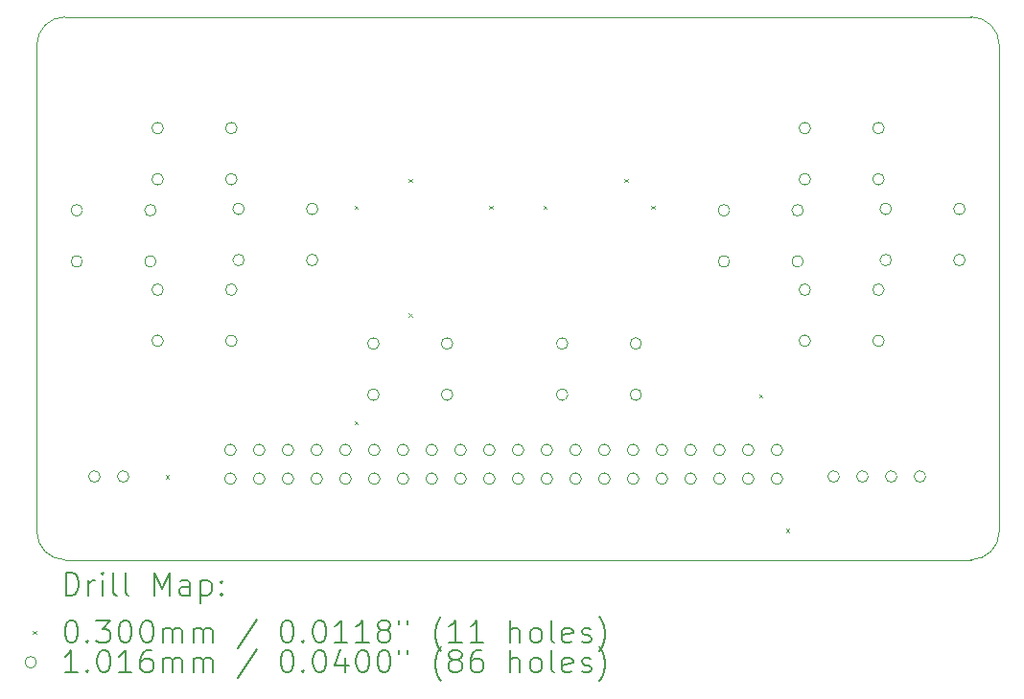
<source format=gbr>
%TF.GenerationSoftware,KiCad,Pcbnew,9.0.2*%
%TF.CreationDate,2025-06-23T15:15:25-04:00*%
%TF.ProjectId,GamePad,47616d65-5061-4642-9e6b-696361645f70,rev?*%
%TF.SameCoordinates,Original*%
%TF.FileFunction,Drillmap*%
%TF.FilePolarity,Positive*%
%FSLAX45Y45*%
G04 Gerber Fmt 4.5, Leading zero omitted, Abs format (unit mm)*
G04 Created by KiCad (PCBNEW 9.0.2) date 2025-06-23 15:15:25*
%MOMM*%
%LPD*%
G01*
G04 APERTURE LIST*
%ADD10C,0.050000*%
%ADD11C,0.200000*%
%ADD12C,0.100000*%
%ADD13C,0.101600*%
G04 APERTURE END LIST*
D10*
X1476875Y-19783125D02*
G75*
G02*
X1226875Y-19533125I0J250000D01*
G01*
X9726875Y-19533125D02*
G75*
G02*
X9476875Y-19783125I-249995J-5D01*
G01*
X1226875Y-15233125D02*
G75*
G02*
X1476875Y-14983125I250000J0D01*
G01*
X9476875Y-14983125D02*
G75*
G02*
X9726875Y-15233125I5J-249995D01*
G01*
X9476875Y-19783125D02*
X1476875Y-19783125D01*
X1226875Y-19533125D02*
X1226875Y-15233125D01*
X9726875Y-15233125D02*
X9726875Y-19533125D01*
X1476875Y-14983125D02*
X9476875Y-14983125D01*
D11*
D12*
X2366250Y-19035000D02*
X2396250Y-19065000D01*
X2396250Y-19035000D02*
X2366250Y-19065000D01*
X4033125Y-16653750D02*
X4063125Y-16683750D01*
X4063125Y-16653750D02*
X4033125Y-16683750D01*
X4033125Y-18558750D02*
X4063125Y-18588750D01*
X4063125Y-18558750D02*
X4033125Y-18588750D01*
X4509375Y-16415625D02*
X4539375Y-16445625D01*
X4539375Y-16415625D02*
X4509375Y-16445625D01*
X4509375Y-17606250D02*
X4539375Y-17636250D01*
X4539375Y-17606250D02*
X4509375Y-17636250D01*
X5223750Y-16653750D02*
X5253750Y-16683750D01*
X5253750Y-16653750D02*
X5223750Y-16683750D01*
X5700000Y-16653750D02*
X5730000Y-16683750D01*
X5730000Y-16653750D02*
X5700000Y-16683750D01*
X6414375Y-16415625D02*
X6444375Y-16445625D01*
X6444375Y-16415625D02*
X6414375Y-16445625D01*
X6652500Y-16653750D02*
X6682500Y-16683750D01*
X6682500Y-16653750D02*
X6652500Y-16683750D01*
X7605000Y-18320625D02*
X7635000Y-18350625D01*
X7635000Y-18320625D02*
X7605000Y-18350625D01*
X7843125Y-19511250D02*
X7873125Y-19541250D01*
X7873125Y-19511250D02*
X7843125Y-19541250D01*
D13*
X1630680Y-16692880D02*
G75*
G02*
X1529080Y-16692880I-50800J0D01*
G01*
X1529080Y-16692880D02*
G75*
G02*
X1630680Y-16692880I50800J0D01*
G01*
X1630680Y-17145000D02*
G75*
G02*
X1529080Y-17145000I-50800J0D01*
G01*
X1529080Y-17145000D02*
G75*
G02*
X1630680Y-17145000I50800J0D01*
G01*
X1786639Y-19047057D02*
G75*
G02*
X1685039Y-19047057I-50800J0D01*
G01*
X1685039Y-19047057D02*
G75*
G02*
X1786639Y-19047057I50800J0D01*
G01*
X2040639Y-19047057D02*
G75*
G02*
X1939039Y-19047057I-50800J0D01*
G01*
X1939039Y-19047057D02*
G75*
G02*
X2040639Y-19047057I50800J0D01*
G01*
X2280920Y-16692880D02*
G75*
G02*
X2179320Y-16692880I-50800J0D01*
G01*
X2179320Y-16692880D02*
G75*
G02*
X2280920Y-16692880I50800J0D01*
G01*
X2280920Y-17145000D02*
G75*
G02*
X2179320Y-17145000I-50800J0D01*
G01*
X2179320Y-17145000D02*
G75*
G02*
X2280920Y-17145000I50800J0D01*
G01*
X2345055Y-15966440D02*
G75*
G02*
X2243455Y-15966440I-50800J0D01*
G01*
X2243455Y-15966440D02*
G75*
G02*
X2345055Y-15966440I50800J0D01*
G01*
X2345055Y-16418560D02*
G75*
G02*
X2243455Y-16418560I-50800J0D01*
G01*
X2243455Y-16418560D02*
G75*
G02*
X2345055Y-16418560I50800J0D01*
G01*
X2345055Y-17395190D02*
G75*
G02*
X2243455Y-17395190I-50800J0D01*
G01*
X2243455Y-17395190D02*
G75*
G02*
X2345055Y-17395190I50800J0D01*
G01*
X2345055Y-17847310D02*
G75*
G02*
X2243455Y-17847310I-50800J0D01*
G01*
X2243455Y-17847310D02*
G75*
G02*
X2345055Y-17847310I50800J0D01*
G01*
X2987675Y-18811875D02*
G75*
G02*
X2886075Y-18811875I-50800J0D01*
G01*
X2886075Y-18811875D02*
G75*
G02*
X2987675Y-18811875I50800J0D01*
G01*
X2987675Y-19065875D02*
G75*
G02*
X2886075Y-19065875I-50800J0D01*
G01*
X2886075Y-19065875D02*
G75*
G02*
X2987675Y-19065875I50800J0D01*
G01*
X2995295Y-15966440D02*
G75*
G02*
X2893695Y-15966440I-50800J0D01*
G01*
X2893695Y-15966440D02*
G75*
G02*
X2995295Y-15966440I50800J0D01*
G01*
X2995295Y-16418560D02*
G75*
G02*
X2893695Y-16418560I-50800J0D01*
G01*
X2893695Y-16418560D02*
G75*
G02*
X2995295Y-16418560I50800J0D01*
G01*
X2995295Y-17395190D02*
G75*
G02*
X2893695Y-17395190I-50800J0D01*
G01*
X2893695Y-17395190D02*
G75*
G02*
X2995295Y-17395190I50800J0D01*
G01*
X2995295Y-17847310D02*
G75*
G02*
X2893695Y-17847310I-50800J0D01*
G01*
X2893695Y-17847310D02*
G75*
G02*
X2995295Y-17847310I50800J0D01*
G01*
X3059430Y-16680815D02*
G75*
G02*
X2957830Y-16680815I-50800J0D01*
G01*
X2957830Y-16680815D02*
G75*
G02*
X3059430Y-16680815I50800J0D01*
G01*
X3059430Y-17132935D02*
G75*
G02*
X2957830Y-17132935I-50800J0D01*
G01*
X2957830Y-17132935D02*
G75*
G02*
X3059430Y-17132935I50800J0D01*
G01*
X3241675Y-18811875D02*
G75*
G02*
X3140075Y-18811875I-50800J0D01*
G01*
X3140075Y-18811875D02*
G75*
G02*
X3241675Y-18811875I50800J0D01*
G01*
X3241675Y-19065875D02*
G75*
G02*
X3140075Y-19065875I-50800J0D01*
G01*
X3140075Y-19065875D02*
G75*
G02*
X3241675Y-19065875I50800J0D01*
G01*
X3495675Y-18811875D02*
G75*
G02*
X3394075Y-18811875I-50800J0D01*
G01*
X3394075Y-18811875D02*
G75*
G02*
X3495675Y-18811875I50800J0D01*
G01*
X3495675Y-19065875D02*
G75*
G02*
X3394075Y-19065875I-50800J0D01*
G01*
X3394075Y-19065875D02*
G75*
G02*
X3495675Y-19065875I50800J0D01*
G01*
X3709670Y-16680815D02*
G75*
G02*
X3608070Y-16680815I-50800J0D01*
G01*
X3608070Y-16680815D02*
G75*
G02*
X3709670Y-16680815I50800J0D01*
G01*
X3709670Y-17132935D02*
G75*
G02*
X3608070Y-17132935I-50800J0D01*
G01*
X3608070Y-17132935D02*
G75*
G02*
X3709670Y-17132935I50800J0D01*
G01*
X3749675Y-18811875D02*
G75*
G02*
X3648075Y-18811875I-50800J0D01*
G01*
X3648075Y-18811875D02*
G75*
G02*
X3749675Y-18811875I50800J0D01*
G01*
X3749675Y-19065875D02*
G75*
G02*
X3648075Y-19065875I-50800J0D01*
G01*
X3648075Y-19065875D02*
G75*
G02*
X3749675Y-19065875I50800J0D01*
G01*
X4003675Y-18811875D02*
G75*
G02*
X3902075Y-18811875I-50800J0D01*
G01*
X3902075Y-18811875D02*
G75*
G02*
X4003675Y-18811875I50800J0D01*
G01*
X4003675Y-19065875D02*
G75*
G02*
X3902075Y-19065875I-50800J0D01*
G01*
X3902075Y-19065875D02*
G75*
G02*
X4003675Y-19065875I50800J0D01*
G01*
X4250055Y-17871440D02*
G75*
G02*
X4148455Y-17871440I-50800J0D01*
G01*
X4148455Y-17871440D02*
G75*
G02*
X4250055Y-17871440I50800J0D01*
G01*
X4250055Y-18323560D02*
G75*
G02*
X4148455Y-18323560I-50800J0D01*
G01*
X4148455Y-18323560D02*
G75*
G02*
X4250055Y-18323560I50800J0D01*
G01*
X4257675Y-18811875D02*
G75*
G02*
X4156075Y-18811875I-50800J0D01*
G01*
X4156075Y-18811875D02*
G75*
G02*
X4257675Y-18811875I50800J0D01*
G01*
X4257675Y-19065875D02*
G75*
G02*
X4156075Y-19065875I-50800J0D01*
G01*
X4156075Y-19065875D02*
G75*
G02*
X4257675Y-19065875I50800J0D01*
G01*
X4511675Y-18811875D02*
G75*
G02*
X4410075Y-18811875I-50800J0D01*
G01*
X4410075Y-18811875D02*
G75*
G02*
X4511675Y-18811875I50800J0D01*
G01*
X4511675Y-19065875D02*
G75*
G02*
X4410075Y-19065875I-50800J0D01*
G01*
X4410075Y-19065875D02*
G75*
G02*
X4511675Y-19065875I50800J0D01*
G01*
X4765675Y-18811875D02*
G75*
G02*
X4664075Y-18811875I-50800J0D01*
G01*
X4664075Y-18811875D02*
G75*
G02*
X4765675Y-18811875I50800J0D01*
G01*
X4765675Y-19065875D02*
G75*
G02*
X4664075Y-19065875I-50800J0D01*
G01*
X4664075Y-19065875D02*
G75*
G02*
X4765675Y-19065875I50800J0D01*
G01*
X4900295Y-17871440D02*
G75*
G02*
X4798695Y-17871440I-50800J0D01*
G01*
X4798695Y-17871440D02*
G75*
G02*
X4900295Y-17871440I50800J0D01*
G01*
X4900295Y-18323560D02*
G75*
G02*
X4798695Y-18323560I-50800J0D01*
G01*
X4798695Y-18323560D02*
G75*
G02*
X4900295Y-18323560I50800J0D01*
G01*
X5019675Y-18811875D02*
G75*
G02*
X4918075Y-18811875I-50800J0D01*
G01*
X4918075Y-18811875D02*
G75*
G02*
X5019675Y-18811875I50800J0D01*
G01*
X5019675Y-19065875D02*
G75*
G02*
X4918075Y-19065875I-50800J0D01*
G01*
X4918075Y-19065875D02*
G75*
G02*
X5019675Y-19065875I50800J0D01*
G01*
X5273675Y-18811875D02*
G75*
G02*
X5172075Y-18811875I-50800J0D01*
G01*
X5172075Y-18811875D02*
G75*
G02*
X5273675Y-18811875I50800J0D01*
G01*
X5273675Y-19065875D02*
G75*
G02*
X5172075Y-19065875I-50800J0D01*
G01*
X5172075Y-19065875D02*
G75*
G02*
X5273675Y-19065875I50800J0D01*
G01*
X5527675Y-18811875D02*
G75*
G02*
X5426075Y-18811875I-50800J0D01*
G01*
X5426075Y-18811875D02*
G75*
G02*
X5527675Y-18811875I50800J0D01*
G01*
X5527675Y-19065875D02*
G75*
G02*
X5426075Y-19065875I-50800J0D01*
G01*
X5426075Y-19065875D02*
G75*
G02*
X5527675Y-19065875I50800J0D01*
G01*
X5781675Y-18811875D02*
G75*
G02*
X5680075Y-18811875I-50800J0D01*
G01*
X5680075Y-18811875D02*
G75*
G02*
X5781675Y-18811875I50800J0D01*
G01*
X5781675Y-19065875D02*
G75*
G02*
X5680075Y-19065875I-50800J0D01*
G01*
X5680075Y-19065875D02*
G75*
G02*
X5781675Y-19065875I50800J0D01*
G01*
X5916930Y-17871440D02*
G75*
G02*
X5815330Y-17871440I-50800J0D01*
G01*
X5815330Y-17871440D02*
G75*
G02*
X5916930Y-17871440I50800J0D01*
G01*
X5916930Y-18323560D02*
G75*
G02*
X5815330Y-18323560I-50800J0D01*
G01*
X5815330Y-18323560D02*
G75*
G02*
X5916930Y-18323560I50800J0D01*
G01*
X6035675Y-18811875D02*
G75*
G02*
X5934075Y-18811875I-50800J0D01*
G01*
X5934075Y-18811875D02*
G75*
G02*
X6035675Y-18811875I50800J0D01*
G01*
X6035675Y-19065875D02*
G75*
G02*
X5934075Y-19065875I-50800J0D01*
G01*
X5934075Y-19065875D02*
G75*
G02*
X6035675Y-19065875I50800J0D01*
G01*
X6289675Y-18811875D02*
G75*
G02*
X6188075Y-18811875I-50800J0D01*
G01*
X6188075Y-18811875D02*
G75*
G02*
X6289675Y-18811875I50800J0D01*
G01*
X6289675Y-19065875D02*
G75*
G02*
X6188075Y-19065875I-50800J0D01*
G01*
X6188075Y-19065875D02*
G75*
G02*
X6289675Y-19065875I50800J0D01*
G01*
X6543675Y-18811875D02*
G75*
G02*
X6442075Y-18811875I-50800J0D01*
G01*
X6442075Y-18811875D02*
G75*
G02*
X6543675Y-18811875I50800J0D01*
G01*
X6543675Y-19065875D02*
G75*
G02*
X6442075Y-19065875I-50800J0D01*
G01*
X6442075Y-19065875D02*
G75*
G02*
X6543675Y-19065875I50800J0D01*
G01*
X6567170Y-17871440D02*
G75*
G02*
X6465570Y-17871440I-50800J0D01*
G01*
X6465570Y-17871440D02*
G75*
G02*
X6567170Y-17871440I50800J0D01*
G01*
X6567170Y-18323560D02*
G75*
G02*
X6465570Y-18323560I-50800J0D01*
G01*
X6465570Y-18323560D02*
G75*
G02*
X6567170Y-18323560I50800J0D01*
G01*
X6797675Y-18811875D02*
G75*
G02*
X6696075Y-18811875I-50800J0D01*
G01*
X6696075Y-18811875D02*
G75*
G02*
X6797675Y-18811875I50800J0D01*
G01*
X6797675Y-19065875D02*
G75*
G02*
X6696075Y-19065875I-50800J0D01*
G01*
X6696075Y-19065875D02*
G75*
G02*
X6797675Y-19065875I50800J0D01*
G01*
X7051675Y-18811875D02*
G75*
G02*
X6950075Y-18811875I-50800J0D01*
G01*
X6950075Y-18811875D02*
G75*
G02*
X7051675Y-18811875I50800J0D01*
G01*
X7051675Y-19065875D02*
G75*
G02*
X6950075Y-19065875I-50800J0D01*
G01*
X6950075Y-19065875D02*
G75*
G02*
X7051675Y-19065875I50800J0D01*
G01*
X7305675Y-18811875D02*
G75*
G02*
X7204075Y-18811875I-50800J0D01*
G01*
X7204075Y-18811875D02*
G75*
G02*
X7305675Y-18811875I50800J0D01*
G01*
X7305675Y-19065875D02*
G75*
G02*
X7204075Y-19065875I-50800J0D01*
G01*
X7204075Y-19065875D02*
G75*
G02*
X7305675Y-19065875I50800J0D01*
G01*
X7345680Y-16692880D02*
G75*
G02*
X7244080Y-16692880I-50800J0D01*
G01*
X7244080Y-16692880D02*
G75*
G02*
X7345680Y-16692880I50800J0D01*
G01*
X7345680Y-17145000D02*
G75*
G02*
X7244080Y-17145000I-50800J0D01*
G01*
X7244080Y-17145000D02*
G75*
G02*
X7345680Y-17145000I50800J0D01*
G01*
X7559675Y-18811875D02*
G75*
G02*
X7458075Y-18811875I-50800J0D01*
G01*
X7458075Y-18811875D02*
G75*
G02*
X7559675Y-18811875I50800J0D01*
G01*
X7559675Y-19065875D02*
G75*
G02*
X7458075Y-19065875I-50800J0D01*
G01*
X7458075Y-19065875D02*
G75*
G02*
X7559675Y-19065875I50800J0D01*
G01*
X7813675Y-18811875D02*
G75*
G02*
X7712075Y-18811875I-50800J0D01*
G01*
X7712075Y-18811875D02*
G75*
G02*
X7813675Y-18811875I50800J0D01*
G01*
X7813675Y-19065875D02*
G75*
G02*
X7712075Y-19065875I-50800J0D01*
G01*
X7712075Y-19065875D02*
G75*
G02*
X7813675Y-19065875I50800J0D01*
G01*
X7995920Y-16692880D02*
G75*
G02*
X7894320Y-16692880I-50800J0D01*
G01*
X7894320Y-16692880D02*
G75*
G02*
X7995920Y-16692880I50800J0D01*
G01*
X7995920Y-17145000D02*
G75*
G02*
X7894320Y-17145000I-50800J0D01*
G01*
X7894320Y-17145000D02*
G75*
G02*
X7995920Y-17145000I50800J0D01*
G01*
X8060055Y-15966440D02*
G75*
G02*
X7958455Y-15966440I-50800J0D01*
G01*
X7958455Y-15966440D02*
G75*
G02*
X8060055Y-15966440I50800J0D01*
G01*
X8060055Y-16418560D02*
G75*
G02*
X7958455Y-16418560I-50800J0D01*
G01*
X7958455Y-16418560D02*
G75*
G02*
X8060055Y-16418560I50800J0D01*
G01*
X8060055Y-17395190D02*
G75*
G02*
X7958455Y-17395190I-50800J0D01*
G01*
X7958455Y-17395190D02*
G75*
G02*
X8060055Y-17395190I50800J0D01*
G01*
X8060055Y-17847310D02*
G75*
G02*
X7958455Y-17847310I-50800J0D01*
G01*
X7958455Y-17847310D02*
G75*
G02*
X8060055Y-17847310I50800J0D01*
G01*
X8314647Y-19047057D02*
G75*
G02*
X8213047Y-19047057I-50800J0D01*
G01*
X8213047Y-19047057D02*
G75*
G02*
X8314647Y-19047057I50800J0D01*
G01*
X8568647Y-19047057D02*
G75*
G02*
X8467047Y-19047057I-50800J0D01*
G01*
X8467047Y-19047057D02*
G75*
G02*
X8568647Y-19047057I50800J0D01*
G01*
X8710295Y-15966440D02*
G75*
G02*
X8608695Y-15966440I-50800J0D01*
G01*
X8608695Y-15966440D02*
G75*
G02*
X8710295Y-15966440I50800J0D01*
G01*
X8710295Y-16418560D02*
G75*
G02*
X8608695Y-16418560I-50800J0D01*
G01*
X8608695Y-16418560D02*
G75*
G02*
X8710295Y-16418560I50800J0D01*
G01*
X8710295Y-17395190D02*
G75*
G02*
X8608695Y-17395190I-50800J0D01*
G01*
X8608695Y-17395190D02*
G75*
G02*
X8710295Y-17395190I50800J0D01*
G01*
X8710295Y-17847310D02*
G75*
G02*
X8608695Y-17847310I-50800J0D01*
G01*
X8608695Y-17847310D02*
G75*
G02*
X8710295Y-17847310I50800J0D01*
G01*
X8774430Y-16680815D02*
G75*
G02*
X8672830Y-16680815I-50800J0D01*
G01*
X8672830Y-16680815D02*
G75*
G02*
X8774430Y-16680815I50800J0D01*
G01*
X8774430Y-17132935D02*
G75*
G02*
X8672830Y-17132935I-50800J0D01*
G01*
X8672830Y-17132935D02*
G75*
G02*
X8774430Y-17132935I50800J0D01*
G01*
X8822647Y-19047057D02*
G75*
G02*
X8721047Y-19047057I-50800J0D01*
G01*
X8721047Y-19047057D02*
G75*
G02*
X8822647Y-19047057I50800J0D01*
G01*
X9076647Y-19047057D02*
G75*
G02*
X8975047Y-19047057I-50800J0D01*
G01*
X8975047Y-19047057D02*
G75*
G02*
X9076647Y-19047057I50800J0D01*
G01*
X9424670Y-16680815D02*
G75*
G02*
X9323070Y-16680815I-50800J0D01*
G01*
X9323070Y-16680815D02*
G75*
G02*
X9424670Y-16680815I50800J0D01*
G01*
X9424670Y-17132935D02*
G75*
G02*
X9323070Y-17132935I-50800J0D01*
G01*
X9323070Y-17132935D02*
G75*
G02*
X9424670Y-17132935I50800J0D01*
G01*
D11*
X1485152Y-20097109D02*
X1485152Y-19897109D01*
X1485152Y-19897109D02*
X1532771Y-19897109D01*
X1532771Y-19897109D02*
X1561342Y-19906633D01*
X1561342Y-19906633D02*
X1580390Y-19925680D01*
X1580390Y-19925680D02*
X1589914Y-19944728D01*
X1589914Y-19944728D02*
X1599437Y-19982823D01*
X1599437Y-19982823D02*
X1599437Y-20011395D01*
X1599437Y-20011395D02*
X1589914Y-20049490D01*
X1589914Y-20049490D02*
X1580390Y-20068537D01*
X1580390Y-20068537D02*
X1561342Y-20087585D01*
X1561342Y-20087585D02*
X1532771Y-20097109D01*
X1532771Y-20097109D02*
X1485152Y-20097109D01*
X1685152Y-20097109D02*
X1685152Y-19963775D01*
X1685152Y-20001871D02*
X1694676Y-19982823D01*
X1694676Y-19982823D02*
X1704199Y-19973299D01*
X1704199Y-19973299D02*
X1723247Y-19963775D01*
X1723247Y-19963775D02*
X1742295Y-19963775D01*
X1808961Y-20097109D02*
X1808961Y-19963775D01*
X1808961Y-19897109D02*
X1799437Y-19906633D01*
X1799437Y-19906633D02*
X1808961Y-19916156D01*
X1808961Y-19916156D02*
X1818485Y-19906633D01*
X1818485Y-19906633D02*
X1808961Y-19897109D01*
X1808961Y-19897109D02*
X1808961Y-19916156D01*
X1932771Y-20097109D02*
X1913723Y-20087585D01*
X1913723Y-20087585D02*
X1904199Y-20068537D01*
X1904199Y-20068537D02*
X1904199Y-19897109D01*
X2037533Y-20097109D02*
X2018485Y-20087585D01*
X2018485Y-20087585D02*
X2008961Y-20068537D01*
X2008961Y-20068537D02*
X2008961Y-19897109D01*
X2266104Y-20097109D02*
X2266104Y-19897109D01*
X2266104Y-19897109D02*
X2332771Y-20039966D01*
X2332771Y-20039966D02*
X2399438Y-19897109D01*
X2399438Y-19897109D02*
X2399438Y-20097109D01*
X2580390Y-20097109D02*
X2580390Y-19992347D01*
X2580390Y-19992347D02*
X2570866Y-19973299D01*
X2570866Y-19973299D02*
X2551819Y-19963775D01*
X2551819Y-19963775D02*
X2513723Y-19963775D01*
X2513723Y-19963775D02*
X2494676Y-19973299D01*
X2580390Y-20087585D02*
X2561342Y-20097109D01*
X2561342Y-20097109D02*
X2513723Y-20097109D01*
X2513723Y-20097109D02*
X2494676Y-20087585D01*
X2494676Y-20087585D02*
X2485152Y-20068537D01*
X2485152Y-20068537D02*
X2485152Y-20049490D01*
X2485152Y-20049490D02*
X2494676Y-20030442D01*
X2494676Y-20030442D02*
X2513723Y-20020918D01*
X2513723Y-20020918D02*
X2561342Y-20020918D01*
X2561342Y-20020918D02*
X2580390Y-20011395D01*
X2675628Y-19963775D02*
X2675628Y-20163775D01*
X2675628Y-19973299D02*
X2694676Y-19963775D01*
X2694676Y-19963775D02*
X2732771Y-19963775D01*
X2732771Y-19963775D02*
X2751819Y-19973299D01*
X2751819Y-19973299D02*
X2761342Y-19982823D01*
X2761342Y-19982823D02*
X2770866Y-20001871D01*
X2770866Y-20001871D02*
X2770866Y-20059014D01*
X2770866Y-20059014D02*
X2761342Y-20078061D01*
X2761342Y-20078061D02*
X2751819Y-20087585D01*
X2751819Y-20087585D02*
X2732771Y-20097109D01*
X2732771Y-20097109D02*
X2694676Y-20097109D01*
X2694676Y-20097109D02*
X2675628Y-20087585D01*
X2856580Y-20078061D02*
X2866104Y-20087585D01*
X2866104Y-20087585D02*
X2856580Y-20097109D01*
X2856580Y-20097109D02*
X2847057Y-20087585D01*
X2847057Y-20087585D02*
X2856580Y-20078061D01*
X2856580Y-20078061D02*
X2856580Y-20097109D01*
X2856580Y-19973299D02*
X2866104Y-19982823D01*
X2866104Y-19982823D02*
X2856580Y-19992347D01*
X2856580Y-19992347D02*
X2847057Y-19982823D01*
X2847057Y-19982823D02*
X2856580Y-19973299D01*
X2856580Y-19973299D02*
X2856580Y-19992347D01*
D12*
X1194375Y-20410625D02*
X1224375Y-20440625D01*
X1224375Y-20410625D02*
X1194375Y-20440625D01*
D11*
X1523247Y-20317109D02*
X1542295Y-20317109D01*
X1542295Y-20317109D02*
X1561342Y-20326633D01*
X1561342Y-20326633D02*
X1570866Y-20336156D01*
X1570866Y-20336156D02*
X1580390Y-20355204D01*
X1580390Y-20355204D02*
X1589914Y-20393299D01*
X1589914Y-20393299D02*
X1589914Y-20440918D01*
X1589914Y-20440918D02*
X1580390Y-20479014D01*
X1580390Y-20479014D02*
X1570866Y-20498061D01*
X1570866Y-20498061D02*
X1561342Y-20507585D01*
X1561342Y-20507585D02*
X1542295Y-20517109D01*
X1542295Y-20517109D02*
X1523247Y-20517109D01*
X1523247Y-20517109D02*
X1504199Y-20507585D01*
X1504199Y-20507585D02*
X1494676Y-20498061D01*
X1494676Y-20498061D02*
X1485152Y-20479014D01*
X1485152Y-20479014D02*
X1475628Y-20440918D01*
X1475628Y-20440918D02*
X1475628Y-20393299D01*
X1475628Y-20393299D02*
X1485152Y-20355204D01*
X1485152Y-20355204D02*
X1494676Y-20336156D01*
X1494676Y-20336156D02*
X1504199Y-20326633D01*
X1504199Y-20326633D02*
X1523247Y-20317109D01*
X1675628Y-20498061D02*
X1685152Y-20507585D01*
X1685152Y-20507585D02*
X1675628Y-20517109D01*
X1675628Y-20517109D02*
X1666104Y-20507585D01*
X1666104Y-20507585D02*
X1675628Y-20498061D01*
X1675628Y-20498061D02*
X1675628Y-20517109D01*
X1751818Y-20317109D02*
X1875628Y-20317109D01*
X1875628Y-20317109D02*
X1808961Y-20393299D01*
X1808961Y-20393299D02*
X1837533Y-20393299D01*
X1837533Y-20393299D02*
X1856580Y-20402823D01*
X1856580Y-20402823D02*
X1866104Y-20412347D01*
X1866104Y-20412347D02*
X1875628Y-20431395D01*
X1875628Y-20431395D02*
X1875628Y-20479014D01*
X1875628Y-20479014D02*
X1866104Y-20498061D01*
X1866104Y-20498061D02*
X1856580Y-20507585D01*
X1856580Y-20507585D02*
X1837533Y-20517109D01*
X1837533Y-20517109D02*
X1780390Y-20517109D01*
X1780390Y-20517109D02*
X1761342Y-20507585D01*
X1761342Y-20507585D02*
X1751818Y-20498061D01*
X1999437Y-20317109D02*
X2018485Y-20317109D01*
X2018485Y-20317109D02*
X2037533Y-20326633D01*
X2037533Y-20326633D02*
X2047057Y-20336156D01*
X2047057Y-20336156D02*
X2056580Y-20355204D01*
X2056580Y-20355204D02*
X2066104Y-20393299D01*
X2066104Y-20393299D02*
X2066104Y-20440918D01*
X2066104Y-20440918D02*
X2056580Y-20479014D01*
X2056580Y-20479014D02*
X2047057Y-20498061D01*
X2047057Y-20498061D02*
X2037533Y-20507585D01*
X2037533Y-20507585D02*
X2018485Y-20517109D01*
X2018485Y-20517109D02*
X1999437Y-20517109D01*
X1999437Y-20517109D02*
X1980390Y-20507585D01*
X1980390Y-20507585D02*
X1970866Y-20498061D01*
X1970866Y-20498061D02*
X1961342Y-20479014D01*
X1961342Y-20479014D02*
X1951818Y-20440918D01*
X1951818Y-20440918D02*
X1951818Y-20393299D01*
X1951818Y-20393299D02*
X1961342Y-20355204D01*
X1961342Y-20355204D02*
X1970866Y-20336156D01*
X1970866Y-20336156D02*
X1980390Y-20326633D01*
X1980390Y-20326633D02*
X1999437Y-20317109D01*
X2189914Y-20317109D02*
X2208961Y-20317109D01*
X2208961Y-20317109D02*
X2228009Y-20326633D01*
X2228009Y-20326633D02*
X2237533Y-20336156D01*
X2237533Y-20336156D02*
X2247057Y-20355204D01*
X2247057Y-20355204D02*
X2256580Y-20393299D01*
X2256580Y-20393299D02*
X2256580Y-20440918D01*
X2256580Y-20440918D02*
X2247057Y-20479014D01*
X2247057Y-20479014D02*
X2237533Y-20498061D01*
X2237533Y-20498061D02*
X2228009Y-20507585D01*
X2228009Y-20507585D02*
X2208961Y-20517109D01*
X2208961Y-20517109D02*
X2189914Y-20517109D01*
X2189914Y-20517109D02*
X2170866Y-20507585D01*
X2170866Y-20507585D02*
X2161342Y-20498061D01*
X2161342Y-20498061D02*
X2151819Y-20479014D01*
X2151819Y-20479014D02*
X2142295Y-20440918D01*
X2142295Y-20440918D02*
X2142295Y-20393299D01*
X2142295Y-20393299D02*
X2151819Y-20355204D01*
X2151819Y-20355204D02*
X2161342Y-20336156D01*
X2161342Y-20336156D02*
X2170866Y-20326633D01*
X2170866Y-20326633D02*
X2189914Y-20317109D01*
X2342295Y-20517109D02*
X2342295Y-20383775D01*
X2342295Y-20402823D02*
X2351819Y-20393299D01*
X2351819Y-20393299D02*
X2370866Y-20383775D01*
X2370866Y-20383775D02*
X2399438Y-20383775D01*
X2399438Y-20383775D02*
X2418485Y-20393299D01*
X2418485Y-20393299D02*
X2428009Y-20412347D01*
X2428009Y-20412347D02*
X2428009Y-20517109D01*
X2428009Y-20412347D02*
X2437533Y-20393299D01*
X2437533Y-20393299D02*
X2456580Y-20383775D01*
X2456580Y-20383775D02*
X2485152Y-20383775D01*
X2485152Y-20383775D02*
X2504200Y-20393299D01*
X2504200Y-20393299D02*
X2513723Y-20412347D01*
X2513723Y-20412347D02*
X2513723Y-20517109D01*
X2608961Y-20517109D02*
X2608961Y-20383775D01*
X2608961Y-20402823D02*
X2618485Y-20393299D01*
X2618485Y-20393299D02*
X2637533Y-20383775D01*
X2637533Y-20383775D02*
X2666104Y-20383775D01*
X2666104Y-20383775D02*
X2685152Y-20393299D01*
X2685152Y-20393299D02*
X2694676Y-20412347D01*
X2694676Y-20412347D02*
X2694676Y-20517109D01*
X2694676Y-20412347D02*
X2704200Y-20393299D01*
X2704200Y-20393299D02*
X2723247Y-20383775D01*
X2723247Y-20383775D02*
X2751819Y-20383775D01*
X2751819Y-20383775D02*
X2770866Y-20393299D01*
X2770866Y-20393299D02*
X2780390Y-20412347D01*
X2780390Y-20412347D02*
X2780390Y-20517109D01*
X3170866Y-20307585D02*
X2999438Y-20564728D01*
X3428009Y-20317109D02*
X3447057Y-20317109D01*
X3447057Y-20317109D02*
X3466104Y-20326633D01*
X3466104Y-20326633D02*
X3475628Y-20336156D01*
X3475628Y-20336156D02*
X3485152Y-20355204D01*
X3485152Y-20355204D02*
X3494676Y-20393299D01*
X3494676Y-20393299D02*
X3494676Y-20440918D01*
X3494676Y-20440918D02*
X3485152Y-20479014D01*
X3485152Y-20479014D02*
X3475628Y-20498061D01*
X3475628Y-20498061D02*
X3466104Y-20507585D01*
X3466104Y-20507585D02*
X3447057Y-20517109D01*
X3447057Y-20517109D02*
X3428009Y-20517109D01*
X3428009Y-20517109D02*
X3408961Y-20507585D01*
X3408961Y-20507585D02*
X3399438Y-20498061D01*
X3399438Y-20498061D02*
X3389914Y-20479014D01*
X3389914Y-20479014D02*
X3380390Y-20440918D01*
X3380390Y-20440918D02*
X3380390Y-20393299D01*
X3380390Y-20393299D02*
X3389914Y-20355204D01*
X3389914Y-20355204D02*
X3399438Y-20336156D01*
X3399438Y-20336156D02*
X3408961Y-20326633D01*
X3408961Y-20326633D02*
X3428009Y-20317109D01*
X3580390Y-20498061D02*
X3589914Y-20507585D01*
X3589914Y-20507585D02*
X3580390Y-20517109D01*
X3580390Y-20517109D02*
X3570866Y-20507585D01*
X3570866Y-20507585D02*
X3580390Y-20498061D01*
X3580390Y-20498061D02*
X3580390Y-20517109D01*
X3713723Y-20317109D02*
X3732771Y-20317109D01*
X3732771Y-20317109D02*
X3751819Y-20326633D01*
X3751819Y-20326633D02*
X3761342Y-20336156D01*
X3761342Y-20336156D02*
X3770866Y-20355204D01*
X3770866Y-20355204D02*
X3780390Y-20393299D01*
X3780390Y-20393299D02*
X3780390Y-20440918D01*
X3780390Y-20440918D02*
X3770866Y-20479014D01*
X3770866Y-20479014D02*
X3761342Y-20498061D01*
X3761342Y-20498061D02*
X3751819Y-20507585D01*
X3751819Y-20507585D02*
X3732771Y-20517109D01*
X3732771Y-20517109D02*
X3713723Y-20517109D01*
X3713723Y-20517109D02*
X3694676Y-20507585D01*
X3694676Y-20507585D02*
X3685152Y-20498061D01*
X3685152Y-20498061D02*
X3675628Y-20479014D01*
X3675628Y-20479014D02*
X3666104Y-20440918D01*
X3666104Y-20440918D02*
X3666104Y-20393299D01*
X3666104Y-20393299D02*
X3675628Y-20355204D01*
X3675628Y-20355204D02*
X3685152Y-20336156D01*
X3685152Y-20336156D02*
X3694676Y-20326633D01*
X3694676Y-20326633D02*
X3713723Y-20317109D01*
X3970866Y-20517109D02*
X3856581Y-20517109D01*
X3913723Y-20517109D02*
X3913723Y-20317109D01*
X3913723Y-20317109D02*
X3894676Y-20345680D01*
X3894676Y-20345680D02*
X3875628Y-20364728D01*
X3875628Y-20364728D02*
X3856581Y-20374252D01*
X4161342Y-20517109D02*
X4047057Y-20517109D01*
X4104200Y-20517109D02*
X4104200Y-20317109D01*
X4104200Y-20317109D02*
X4085152Y-20345680D01*
X4085152Y-20345680D02*
X4066104Y-20364728D01*
X4066104Y-20364728D02*
X4047057Y-20374252D01*
X4275628Y-20402823D02*
X4256581Y-20393299D01*
X4256581Y-20393299D02*
X4247057Y-20383775D01*
X4247057Y-20383775D02*
X4237533Y-20364728D01*
X4237533Y-20364728D02*
X4237533Y-20355204D01*
X4237533Y-20355204D02*
X4247057Y-20336156D01*
X4247057Y-20336156D02*
X4256581Y-20326633D01*
X4256581Y-20326633D02*
X4275628Y-20317109D01*
X4275628Y-20317109D02*
X4313724Y-20317109D01*
X4313724Y-20317109D02*
X4332771Y-20326633D01*
X4332771Y-20326633D02*
X4342295Y-20336156D01*
X4342295Y-20336156D02*
X4351819Y-20355204D01*
X4351819Y-20355204D02*
X4351819Y-20364728D01*
X4351819Y-20364728D02*
X4342295Y-20383775D01*
X4342295Y-20383775D02*
X4332771Y-20393299D01*
X4332771Y-20393299D02*
X4313724Y-20402823D01*
X4313724Y-20402823D02*
X4275628Y-20402823D01*
X4275628Y-20402823D02*
X4256581Y-20412347D01*
X4256581Y-20412347D02*
X4247057Y-20421871D01*
X4247057Y-20421871D02*
X4237533Y-20440918D01*
X4237533Y-20440918D02*
X4237533Y-20479014D01*
X4237533Y-20479014D02*
X4247057Y-20498061D01*
X4247057Y-20498061D02*
X4256581Y-20507585D01*
X4256581Y-20507585D02*
X4275628Y-20517109D01*
X4275628Y-20517109D02*
X4313724Y-20517109D01*
X4313724Y-20517109D02*
X4332771Y-20507585D01*
X4332771Y-20507585D02*
X4342295Y-20498061D01*
X4342295Y-20498061D02*
X4351819Y-20479014D01*
X4351819Y-20479014D02*
X4351819Y-20440918D01*
X4351819Y-20440918D02*
X4342295Y-20421871D01*
X4342295Y-20421871D02*
X4332771Y-20412347D01*
X4332771Y-20412347D02*
X4313724Y-20402823D01*
X4428009Y-20317109D02*
X4428009Y-20355204D01*
X4504200Y-20317109D02*
X4504200Y-20355204D01*
X4799438Y-20593299D02*
X4789914Y-20583775D01*
X4789914Y-20583775D02*
X4770866Y-20555204D01*
X4770866Y-20555204D02*
X4761343Y-20536156D01*
X4761343Y-20536156D02*
X4751819Y-20507585D01*
X4751819Y-20507585D02*
X4742295Y-20459966D01*
X4742295Y-20459966D02*
X4742295Y-20421871D01*
X4742295Y-20421871D02*
X4751819Y-20374252D01*
X4751819Y-20374252D02*
X4761343Y-20345680D01*
X4761343Y-20345680D02*
X4770866Y-20326633D01*
X4770866Y-20326633D02*
X4789914Y-20298061D01*
X4789914Y-20298061D02*
X4799438Y-20288537D01*
X4980390Y-20517109D02*
X4866105Y-20517109D01*
X4923247Y-20517109D02*
X4923247Y-20317109D01*
X4923247Y-20317109D02*
X4904200Y-20345680D01*
X4904200Y-20345680D02*
X4885152Y-20364728D01*
X4885152Y-20364728D02*
X4866105Y-20374252D01*
X5170866Y-20517109D02*
X5056581Y-20517109D01*
X5113724Y-20517109D02*
X5113724Y-20317109D01*
X5113724Y-20317109D02*
X5094676Y-20345680D01*
X5094676Y-20345680D02*
X5075628Y-20364728D01*
X5075628Y-20364728D02*
X5056581Y-20374252D01*
X5408962Y-20517109D02*
X5408962Y-20317109D01*
X5494676Y-20517109D02*
X5494676Y-20412347D01*
X5494676Y-20412347D02*
X5485152Y-20393299D01*
X5485152Y-20393299D02*
X5466105Y-20383775D01*
X5466105Y-20383775D02*
X5437533Y-20383775D01*
X5437533Y-20383775D02*
X5418486Y-20393299D01*
X5418486Y-20393299D02*
X5408962Y-20402823D01*
X5618485Y-20517109D02*
X5599438Y-20507585D01*
X5599438Y-20507585D02*
X5589914Y-20498061D01*
X5589914Y-20498061D02*
X5580390Y-20479014D01*
X5580390Y-20479014D02*
X5580390Y-20421871D01*
X5580390Y-20421871D02*
X5589914Y-20402823D01*
X5589914Y-20402823D02*
X5599438Y-20393299D01*
X5599438Y-20393299D02*
X5618485Y-20383775D01*
X5618485Y-20383775D02*
X5647057Y-20383775D01*
X5647057Y-20383775D02*
X5666105Y-20393299D01*
X5666105Y-20393299D02*
X5675628Y-20402823D01*
X5675628Y-20402823D02*
X5685152Y-20421871D01*
X5685152Y-20421871D02*
X5685152Y-20479014D01*
X5685152Y-20479014D02*
X5675628Y-20498061D01*
X5675628Y-20498061D02*
X5666105Y-20507585D01*
X5666105Y-20507585D02*
X5647057Y-20517109D01*
X5647057Y-20517109D02*
X5618485Y-20517109D01*
X5799438Y-20517109D02*
X5780390Y-20507585D01*
X5780390Y-20507585D02*
X5770866Y-20488537D01*
X5770866Y-20488537D02*
X5770866Y-20317109D01*
X5951819Y-20507585D02*
X5932771Y-20517109D01*
X5932771Y-20517109D02*
X5894676Y-20517109D01*
X5894676Y-20517109D02*
X5875628Y-20507585D01*
X5875628Y-20507585D02*
X5866105Y-20488537D01*
X5866105Y-20488537D02*
X5866105Y-20412347D01*
X5866105Y-20412347D02*
X5875628Y-20393299D01*
X5875628Y-20393299D02*
X5894676Y-20383775D01*
X5894676Y-20383775D02*
X5932771Y-20383775D01*
X5932771Y-20383775D02*
X5951819Y-20393299D01*
X5951819Y-20393299D02*
X5961343Y-20412347D01*
X5961343Y-20412347D02*
X5961343Y-20431395D01*
X5961343Y-20431395D02*
X5866105Y-20450442D01*
X6037533Y-20507585D02*
X6056581Y-20517109D01*
X6056581Y-20517109D02*
X6094676Y-20517109D01*
X6094676Y-20517109D02*
X6113724Y-20507585D01*
X6113724Y-20507585D02*
X6123247Y-20488537D01*
X6123247Y-20488537D02*
X6123247Y-20479014D01*
X6123247Y-20479014D02*
X6113724Y-20459966D01*
X6113724Y-20459966D02*
X6094676Y-20450442D01*
X6094676Y-20450442D02*
X6066105Y-20450442D01*
X6066105Y-20450442D02*
X6047057Y-20440918D01*
X6047057Y-20440918D02*
X6037533Y-20421871D01*
X6037533Y-20421871D02*
X6037533Y-20412347D01*
X6037533Y-20412347D02*
X6047057Y-20393299D01*
X6047057Y-20393299D02*
X6066105Y-20383775D01*
X6066105Y-20383775D02*
X6094676Y-20383775D01*
X6094676Y-20383775D02*
X6113724Y-20393299D01*
X6189914Y-20593299D02*
X6199438Y-20583775D01*
X6199438Y-20583775D02*
X6218486Y-20555204D01*
X6218486Y-20555204D02*
X6228009Y-20536156D01*
X6228009Y-20536156D02*
X6237533Y-20507585D01*
X6237533Y-20507585D02*
X6247057Y-20459966D01*
X6247057Y-20459966D02*
X6247057Y-20421871D01*
X6247057Y-20421871D02*
X6237533Y-20374252D01*
X6237533Y-20374252D02*
X6228009Y-20345680D01*
X6228009Y-20345680D02*
X6218486Y-20326633D01*
X6218486Y-20326633D02*
X6199438Y-20298061D01*
X6199438Y-20298061D02*
X6189914Y-20288537D01*
D13*
X1224375Y-20689625D02*
G75*
G02*
X1122775Y-20689625I-50800J0D01*
G01*
X1122775Y-20689625D02*
G75*
G02*
X1224375Y-20689625I50800J0D01*
G01*
D11*
X1589914Y-20781109D02*
X1475628Y-20781109D01*
X1532771Y-20781109D02*
X1532771Y-20581109D01*
X1532771Y-20581109D02*
X1513723Y-20609680D01*
X1513723Y-20609680D02*
X1494676Y-20628728D01*
X1494676Y-20628728D02*
X1475628Y-20638252D01*
X1675628Y-20762061D02*
X1685152Y-20771585D01*
X1685152Y-20771585D02*
X1675628Y-20781109D01*
X1675628Y-20781109D02*
X1666104Y-20771585D01*
X1666104Y-20771585D02*
X1675628Y-20762061D01*
X1675628Y-20762061D02*
X1675628Y-20781109D01*
X1808961Y-20581109D02*
X1828009Y-20581109D01*
X1828009Y-20581109D02*
X1847057Y-20590633D01*
X1847057Y-20590633D02*
X1856580Y-20600156D01*
X1856580Y-20600156D02*
X1866104Y-20619204D01*
X1866104Y-20619204D02*
X1875628Y-20657299D01*
X1875628Y-20657299D02*
X1875628Y-20704918D01*
X1875628Y-20704918D02*
X1866104Y-20743014D01*
X1866104Y-20743014D02*
X1856580Y-20762061D01*
X1856580Y-20762061D02*
X1847057Y-20771585D01*
X1847057Y-20771585D02*
X1828009Y-20781109D01*
X1828009Y-20781109D02*
X1808961Y-20781109D01*
X1808961Y-20781109D02*
X1789914Y-20771585D01*
X1789914Y-20771585D02*
X1780390Y-20762061D01*
X1780390Y-20762061D02*
X1770866Y-20743014D01*
X1770866Y-20743014D02*
X1761342Y-20704918D01*
X1761342Y-20704918D02*
X1761342Y-20657299D01*
X1761342Y-20657299D02*
X1770866Y-20619204D01*
X1770866Y-20619204D02*
X1780390Y-20600156D01*
X1780390Y-20600156D02*
X1789914Y-20590633D01*
X1789914Y-20590633D02*
X1808961Y-20581109D01*
X2066104Y-20781109D02*
X1951818Y-20781109D01*
X2008961Y-20781109D02*
X2008961Y-20581109D01*
X2008961Y-20581109D02*
X1989914Y-20609680D01*
X1989914Y-20609680D02*
X1970866Y-20628728D01*
X1970866Y-20628728D02*
X1951818Y-20638252D01*
X2237533Y-20581109D02*
X2199438Y-20581109D01*
X2199438Y-20581109D02*
X2180390Y-20590633D01*
X2180390Y-20590633D02*
X2170866Y-20600156D01*
X2170866Y-20600156D02*
X2151819Y-20628728D01*
X2151819Y-20628728D02*
X2142295Y-20666823D01*
X2142295Y-20666823D02*
X2142295Y-20743014D01*
X2142295Y-20743014D02*
X2151819Y-20762061D01*
X2151819Y-20762061D02*
X2161342Y-20771585D01*
X2161342Y-20771585D02*
X2180390Y-20781109D01*
X2180390Y-20781109D02*
X2218485Y-20781109D01*
X2218485Y-20781109D02*
X2237533Y-20771585D01*
X2237533Y-20771585D02*
X2247057Y-20762061D01*
X2247057Y-20762061D02*
X2256580Y-20743014D01*
X2256580Y-20743014D02*
X2256580Y-20695395D01*
X2256580Y-20695395D02*
X2247057Y-20676347D01*
X2247057Y-20676347D02*
X2237533Y-20666823D01*
X2237533Y-20666823D02*
X2218485Y-20657299D01*
X2218485Y-20657299D02*
X2180390Y-20657299D01*
X2180390Y-20657299D02*
X2161342Y-20666823D01*
X2161342Y-20666823D02*
X2151819Y-20676347D01*
X2151819Y-20676347D02*
X2142295Y-20695395D01*
X2342295Y-20781109D02*
X2342295Y-20647775D01*
X2342295Y-20666823D02*
X2351819Y-20657299D01*
X2351819Y-20657299D02*
X2370866Y-20647775D01*
X2370866Y-20647775D02*
X2399438Y-20647775D01*
X2399438Y-20647775D02*
X2418485Y-20657299D01*
X2418485Y-20657299D02*
X2428009Y-20676347D01*
X2428009Y-20676347D02*
X2428009Y-20781109D01*
X2428009Y-20676347D02*
X2437533Y-20657299D01*
X2437533Y-20657299D02*
X2456580Y-20647775D01*
X2456580Y-20647775D02*
X2485152Y-20647775D01*
X2485152Y-20647775D02*
X2504200Y-20657299D01*
X2504200Y-20657299D02*
X2513723Y-20676347D01*
X2513723Y-20676347D02*
X2513723Y-20781109D01*
X2608961Y-20781109D02*
X2608961Y-20647775D01*
X2608961Y-20666823D02*
X2618485Y-20657299D01*
X2618485Y-20657299D02*
X2637533Y-20647775D01*
X2637533Y-20647775D02*
X2666104Y-20647775D01*
X2666104Y-20647775D02*
X2685152Y-20657299D01*
X2685152Y-20657299D02*
X2694676Y-20676347D01*
X2694676Y-20676347D02*
X2694676Y-20781109D01*
X2694676Y-20676347D02*
X2704200Y-20657299D01*
X2704200Y-20657299D02*
X2723247Y-20647775D01*
X2723247Y-20647775D02*
X2751819Y-20647775D01*
X2751819Y-20647775D02*
X2770866Y-20657299D01*
X2770866Y-20657299D02*
X2780390Y-20676347D01*
X2780390Y-20676347D02*
X2780390Y-20781109D01*
X3170866Y-20571585D02*
X2999438Y-20828728D01*
X3428009Y-20581109D02*
X3447057Y-20581109D01*
X3447057Y-20581109D02*
X3466104Y-20590633D01*
X3466104Y-20590633D02*
X3475628Y-20600156D01*
X3475628Y-20600156D02*
X3485152Y-20619204D01*
X3485152Y-20619204D02*
X3494676Y-20657299D01*
X3494676Y-20657299D02*
X3494676Y-20704918D01*
X3494676Y-20704918D02*
X3485152Y-20743014D01*
X3485152Y-20743014D02*
X3475628Y-20762061D01*
X3475628Y-20762061D02*
X3466104Y-20771585D01*
X3466104Y-20771585D02*
X3447057Y-20781109D01*
X3447057Y-20781109D02*
X3428009Y-20781109D01*
X3428009Y-20781109D02*
X3408961Y-20771585D01*
X3408961Y-20771585D02*
X3399438Y-20762061D01*
X3399438Y-20762061D02*
X3389914Y-20743014D01*
X3389914Y-20743014D02*
X3380390Y-20704918D01*
X3380390Y-20704918D02*
X3380390Y-20657299D01*
X3380390Y-20657299D02*
X3389914Y-20619204D01*
X3389914Y-20619204D02*
X3399438Y-20600156D01*
X3399438Y-20600156D02*
X3408961Y-20590633D01*
X3408961Y-20590633D02*
X3428009Y-20581109D01*
X3580390Y-20762061D02*
X3589914Y-20771585D01*
X3589914Y-20771585D02*
X3580390Y-20781109D01*
X3580390Y-20781109D02*
X3570866Y-20771585D01*
X3570866Y-20771585D02*
X3580390Y-20762061D01*
X3580390Y-20762061D02*
X3580390Y-20781109D01*
X3713723Y-20581109D02*
X3732771Y-20581109D01*
X3732771Y-20581109D02*
X3751819Y-20590633D01*
X3751819Y-20590633D02*
X3761342Y-20600156D01*
X3761342Y-20600156D02*
X3770866Y-20619204D01*
X3770866Y-20619204D02*
X3780390Y-20657299D01*
X3780390Y-20657299D02*
X3780390Y-20704918D01*
X3780390Y-20704918D02*
X3770866Y-20743014D01*
X3770866Y-20743014D02*
X3761342Y-20762061D01*
X3761342Y-20762061D02*
X3751819Y-20771585D01*
X3751819Y-20771585D02*
X3732771Y-20781109D01*
X3732771Y-20781109D02*
X3713723Y-20781109D01*
X3713723Y-20781109D02*
X3694676Y-20771585D01*
X3694676Y-20771585D02*
X3685152Y-20762061D01*
X3685152Y-20762061D02*
X3675628Y-20743014D01*
X3675628Y-20743014D02*
X3666104Y-20704918D01*
X3666104Y-20704918D02*
X3666104Y-20657299D01*
X3666104Y-20657299D02*
X3675628Y-20619204D01*
X3675628Y-20619204D02*
X3685152Y-20600156D01*
X3685152Y-20600156D02*
X3694676Y-20590633D01*
X3694676Y-20590633D02*
X3713723Y-20581109D01*
X3951819Y-20647775D02*
X3951819Y-20781109D01*
X3904200Y-20571585D02*
X3856581Y-20714442D01*
X3856581Y-20714442D02*
X3980390Y-20714442D01*
X4094676Y-20581109D02*
X4113723Y-20581109D01*
X4113723Y-20581109D02*
X4132771Y-20590633D01*
X4132771Y-20590633D02*
X4142295Y-20600156D01*
X4142295Y-20600156D02*
X4151819Y-20619204D01*
X4151819Y-20619204D02*
X4161342Y-20657299D01*
X4161342Y-20657299D02*
X4161342Y-20704918D01*
X4161342Y-20704918D02*
X4151819Y-20743014D01*
X4151819Y-20743014D02*
X4142295Y-20762061D01*
X4142295Y-20762061D02*
X4132771Y-20771585D01*
X4132771Y-20771585D02*
X4113723Y-20781109D01*
X4113723Y-20781109D02*
X4094676Y-20781109D01*
X4094676Y-20781109D02*
X4075628Y-20771585D01*
X4075628Y-20771585D02*
X4066104Y-20762061D01*
X4066104Y-20762061D02*
X4056581Y-20743014D01*
X4056581Y-20743014D02*
X4047057Y-20704918D01*
X4047057Y-20704918D02*
X4047057Y-20657299D01*
X4047057Y-20657299D02*
X4056581Y-20619204D01*
X4056581Y-20619204D02*
X4066104Y-20600156D01*
X4066104Y-20600156D02*
X4075628Y-20590633D01*
X4075628Y-20590633D02*
X4094676Y-20581109D01*
X4285152Y-20581109D02*
X4304200Y-20581109D01*
X4304200Y-20581109D02*
X4323247Y-20590633D01*
X4323247Y-20590633D02*
X4332771Y-20600156D01*
X4332771Y-20600156D02*
X4342295Y-20619204D01*
X4342295Y-20619204D02*
X4351819Y-20657299D01*
X4351819Y-20657299D02*
X4351819Y-20704918D01*
X4351819Y-20704918D02*
X4342295Y-20743014D01*
X4342295Y-20743014D02*
X4332771Y-20762061D01*
X4332771Y-20762061D02*
X4323247Y-20771585D01*
X4323247Y-20771585D02*
X4304200Y-20781109D01*
X4304200Y-20781109D02*
X4285152Y-20781109D01*
X4285152Y-20781109D02*
X4266104Y-20771585D01*
X4266104Y-20771585D02*
X4256581Y-20762061D01*
X4256581Y-20762061D02*
X4247057Y-20743014D01*
X4247057Y-20743014D02*
X4237533Y-20704918D01*
X4237533Y-20704918D02*
X4237533Y-20657299D01*
X4237533Y-20657299D02*
X4247057Y-20619204D01*
X4247057Y-20619204D02*
X4256581Y-20600156D01*
X4256581Y-20600156D02*
X4266104Y-20590633D01*
X4266104Y-20590633D02*
X4285152Y-20581109D01*
X4428009Y-20581109D02*
X4428009Y-20619204D01*
X4504200Y-20581109D02*
X4504200Y-20619204D01*
X4799438Y-20857299D02*
X4789914Y-20847775D01*
X4789914Y-20847775D02*
X4770866Y-20819204D01*
X4770866Y-20819204D02*
X4761343Y-20800156D01*
X4761343Y-20800156D02*
X4751819Y-20771585D01*
X4751819Y-20771585D02*
X4742295Y-20723966D01*
X4742295Y-20723966D02*
X4742295Y-20685871D01*
X4742295Y-20685871D02*
X4751819Y-20638252D01*
X4751819Y-20638252D02*
X4761343Y-20609680D01*
X4761343Y-20609680D02*
X4770866Y-20590633D01*
X4770866Y-20590633D02*
X4789914Y-20562061D01*
X4789914Y-20562061D02*
X4799438Y-20552537D01*
X4904200Y-20666823D02*
X4885152Y-20657299D01*
X4885152Y-20657299D02*
X4875628Y-20647775D01*
X4875628Y-20647775D02*
X4866105Y-20628728D01*
X4866105Y-20628728D02*
X4866105Y-20619204D01*
X4866105Y-20619204D02*
X4875628Y-20600156D01*
X4875628Y-20600156D02*
X4885152Y-20590633D01*
X4885152Y-20590633D02*
X4904200Y-20581109D01*
X4904200Y-20581109D02*
X4942295Y-20581109D01*
X4942295Y-20581109D02*
X4961343Y-20590633D01*
X4961343Y-20590633D02*
X4970866Y-20600156D01*
X4970866Y-20600156D02*
X4980390Y-20619204D01*
X4980390Y-20619204D02*
X4980390Y-20628728D01*
X4980390Y-20628728D02*
X4970866Y-20647775D01*
X4970866Y-20647775D02*
X4961343Y-20657299D01*
X4961343Y-20657299D02*
X4942295Y-20666823D01*
X4942295Y-20666823D02*
X4904200Y-20666823D01*
X4904200Y-20666823D02*
X4885152Y-20676347D01*
X4885152Y-20676347D02*
X4875628Y-20685871D01*
X4875628Y-20685871D02*
X4866105Y-20704918D01*
X4866105Y-20704918D02*
X4866105Y-20743014D01*
X4866105Y-20743014D02*
X4875628Y-20762061D01*
X4875628Y-20762061D02*
X4885152Y-20771585D01*
X4885152Y-20771585D02*
X4904200Y-20781109D01*
X4904200Y-20781109D02*
X4942295Y-20781109D01*
X4942295Y-20781109D02*
X4961343Y-20771585D01*
X4961343Y-20771585D02*
X4970866Y-20762061D01*
X4970866Y-20762061D02*
X4980390Y-20743014D01*
X4980390Y-20743014D02*
X4980390Y-20704918D01*
X4980390Y-20704918D02*
X4970866Y-20685871D01*
X4970866Y-20685871D02*
X4961343Y-20676347D01*
X4961343Y-20676347D02*
X4942295Y-20666823D01*
X5151819Y-20581109D02*
X5113724Y-20581109D01*
X5113724Y-20581109D02*
X5094676Y-20590633D01*
X5094676Y-20590633D02*
X5085152Y-20600156D01*
X5085152Y-20600156D02*
X5066105Y-20628728D01*
X5066105Y-20628728D02*
X5056581Y-20666823D01*
X5056581Y-20666823D02*
X5056581Y-20743014D01*
X5056581Y-20743014D02*
X5066105Y-20762061D01*
X5066105Y-20762061D02*
X5075628Y-20771585D01*
X5075628Y-20771585D02*
X5094676Y-20781109D01*
X5094676Y-20781109D02*
X5132771Y-20781109D01*
X5132771Y-20781109D02*
X5151819Y-20771585D01*
X5151819Y-20771585D02*
X5161343Y-20762061D01*
X5161343Y-20762061D02*
X5170866Y-20743014D01*
X5170866Y-20743014D02*
X5170866Y-20695395D01*
X5170866Y-20695395D02*
X5161343Y-20676347D01*
X5161343Y-20676347D02*
X5151819Y-20666823D01*
X5151819Y-20666823D02*
X5132771Y-20657299D01*
X5132771Y-20657299D02*
X5094676Y-20657299D01*
X5094676Y-20657299D02*
X5075628Y-20666823D01*
X5075628Y-20666823D02*
X5066105Y-20676347D01*
X5066105Y-20676347D02*
X5056581Y-20695395D01*
X5408962Y-20781109D02*
X5408962Y-20581109D01*
X5494676Y-20781109D02*
X5494676Y-20676347D01*
X5494676Y-20676347D02*
X5485152Y-20657299D01*
X5485152Y-20657299D02*
X5466105Y-20647775D01*
X5466105Y-20647775D02*
X5437533Y-20647775D01*
X5437533Y-20647775D02*
X5418486Y-20657299D01*
X5418486Y-20657299D02*
X5408962Y-20666823D01*
X5618485Y-20781109D02*
X5599438Y-20771585D01*
X5599438Y-20771585D02*
X5589914Y-20762061D01*
X5589914Y-20762061D02*
X5580390Y-20743014D01*
X5580390Y-20743014D02*
X5580390Y-20685871D01*
X5580390Y-20685871D02*
X5589914Y-20666823D01*
X5589914Y-20666823D02*
X5599438Y-20657299D01*
X5599438Y-20657299D02*
X5618485Y-20647775D01*
X5618485Y-20647775D02*
X5647057Y-20647775D01*
X5647057Y-20647775D02*
X5666105Y-20657299D01*
X5666105Y-20657299D02*
X5675628Y-20666823D01*
X5675628Y-20666823D02*
X5685152Y-20685871D01*
X5685152Y-20685871D02*
X5685152Y-20743014D01*
X5685152Y-20743014D02*
X5675628Y-20762061D01*
X5675628Y-20762061D02*
X5666105Y-20771585D01*
X5666105Y-20771585D02*
X5647057Y-20781109D01*
X5647057Y-20781109D02*
X5618485Y-20781109D01*
X5799438Y-20781109D02*
X5780390Y-20771585D01*
X5780390Y-20771585D02*
X5770866Y-20752537D01*
X5770866Y-20752537D02*
X5770866Y-20581109D01*
X5951819Y-20771585D02*
X5932771Y-20781109D01*
X5932771Y-20781109D02*
X5894676Y-20781109D01*
X5894676Y-20781109D02*
X5875628Y-20771585D01*
X5875628Y-20771585D02*
X5866105Y-20752537D01*
X5866105Y-20752537D02*
X5866105Y-20676347D01*
X5866105Y-20676347D02*
X5875628Y-20657299D01*
X5875628Y-20657299D02*
X5894676Y-20647775D01*
X5894676Y-20647775D02*
X5932771Y-20647775D01*
X5932771Y-20647775D02*
X5951819Y-20657299D01*
X5951819Y-20657299D02*
X5961343Y-20676347D01*
X5961343Y-20676347D02*
X5961343Y-20695395D01*
X5961343Y-20695395D02*
X5866105Y-20714442D01*
X6037533Y-20771585D02*
X6056581Y-20781109D01*
X6056581Y-20781109D02*
X6094676Y-20781109D01*
X6094676Y-20781109D02*
X6113724Y-20771585D01*
X6113724Y-20771585D02*
X6123247Y-20752537D01*
X6123247Y-20752537D02*
X6123247Y-20743014D01*
X6123247Y-20743014D02*
X6113724Y-20723966D01*
X6113724Y-20723966D02*
X6094676Y-20714442D01*
X6094676Y-20714442D02*
X6066105Y-20714442D01*
X6066105Y-20714442D02*
X6047057Y-20704918D01*
X6047057Y-20704918D02*
X6037533Y-20685871D01*
X6037533Y-20685871D02*
X6037533Y-20676347D01*
X6037533Y-20676347D02*
X6047057Y-20657299D01*
X6047057Y-20657299D02*
X6066105Y-20647775D01*
X6066105Y-20647775D02*
X6094676Y-20647775D01*
X6094676Y-20647775D02*
X6113724Y-20657299D01*
X6189914Y-20857299D02*
X6199438Y-20847775D01*
X6199438Y-20847775D02*
X6218486Y-20819204D01*
X6218486Y-20819204D02*
X6228009Y-20800156D01*
X6228009Y-20800156D02*
X6237533Y-20771585D01*
X6237533Y-20771585D02*
X6247057Y-20723966D01*
X6247057Y-20723966D02*
X6247057Y-20685871D01*
X6247057Y-20685871D02*
X6237533Y-20638252D01*
X6237533Y-20638252D02*
X6228009Y-20609680D01*
X6228009Y-20609680D02*
X6218486Y-20590633D01*
X6218486Y-20590633D02*
X6199438Y-20562061D01*
X6199438Y-20562061D02*
X6189914Y-20552537D01*
M02*

</source>
